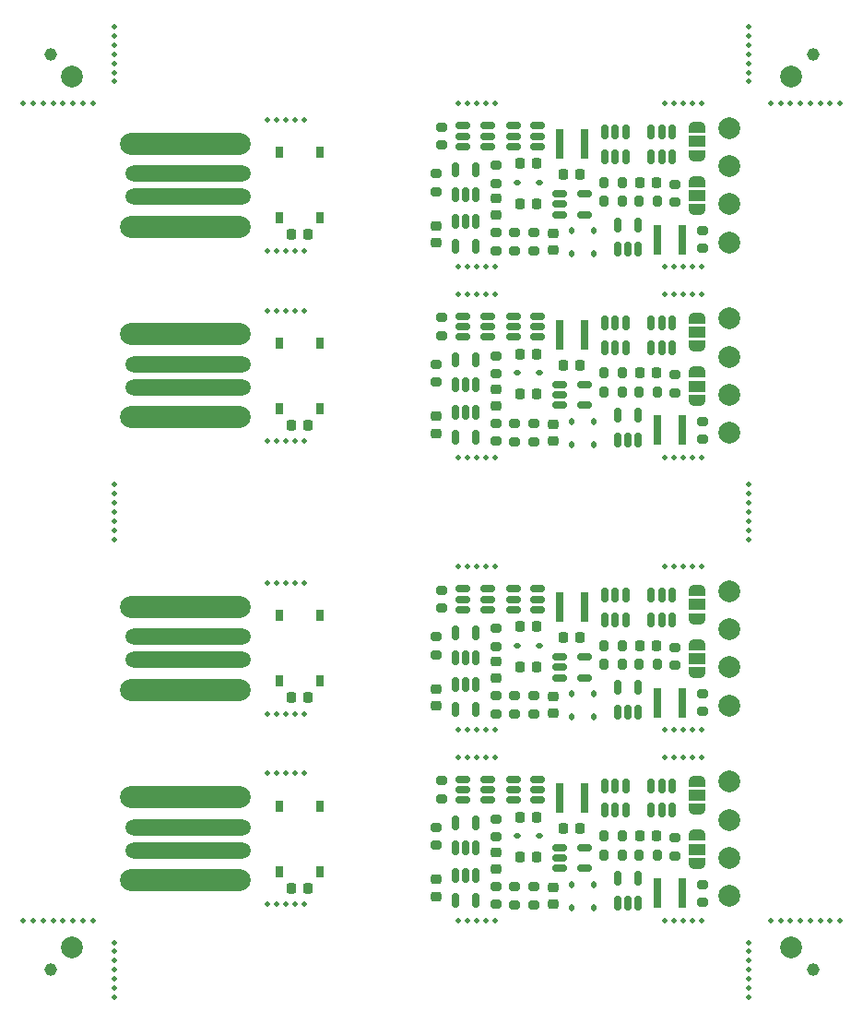
<source format=gts>
G04 #@! TF.GenerationSoftware,KiCad,Pcbnew,8.0.1*
G04 #@! TF.CreationDate,2025-05-23T10:36:48+02:00*
G04 #@! TF.ProjectId,panel-4,70616e65-6c2d-4342-9e6b-696361645f70,F*
G04 #@! TF.SameCoordinates,Original*
G04 #@! TF.FileFunction,Soldermask,Top*
G04 #@! TF.FilePolarity,Negative*
%FSLAX46Y46*%
G04 Gerber Fmt 4.6, Leading zero omitted, Abs format (unit mm)*
G04 Created by KiCad (PCBNEW 8.0.1) date 2025-05-23 10:36:48*
%MOMM*%
%LPD*%
G01*
G04 APERTURE LIST*
G04 Aperture macros list*
%AMRoundRect*
0 Rectangle with rounded corners*
0 $1 Rounding radius*
0 $2 $3 $4 $5 $6 $7 $8 $9 X,Y pos of 4 corners*
0 Add a 4 corners polygon primitive as box body*
4,1,4,$2,$3,$4,$5,$6,$7,$8,$9,$2,$3,0*
0 Add four circle primitives for the rounded corners*
1,1,$1+$1,$2,$3*
1,1,$1+$1,$4,$5*
1,1,$1+$1,$6,$7*
1,1,$1+$1,$8,$9*
0 Add four rect primitives between the rounded corners*
20,1,$1+$1,$2,$3,$4,$5,0*
20,1,$1+$1,$4,$5,$6,$7,0*
20,1,$1+$1,$6,$7,$8,$9,0*
20,1,$1+$1,$8,$9,$2,$3,0*%
%AMFreePoly0*
4,1,19,0.550000,-0.750000,0.000000,-0.750000,0.000000,-0.744911,-0.071157,-0.744911,-0.207708,-0.704816,-0.327430,-0.627875,-0.420627,-0.520320,-0.479746,-0.390866,-0.500000,-0.250000,-0.500000,0.250000,-0.479746,0.390866,-0.420627,0.520320,-0.327430,0.627875,-0.207708,0.704816,-0.071157,0.744911,0.000000,0.744911,0.000000,0.750000,0.550000,0.750000,0.550000,-0.750000,0.550000,-0.750000,
$1*%
%AMFreePoly1*
4,1,19,0.000000,0.744911,0.071157,0.744911,0.207708,0.704816,0.327430,0.627875,0.420627,0.520320,0.479746,0.390866,0.500000,0.250000,0.500000,-0.250000,0.479746,-0.390866,0.420627,-0.520320,0.327430,-0.627875,0.207708,-0.704816,0.071157,-0.744911,0.000000,-0.744911,0.000000,-0.750000,-0.550000,-0.750000,-0.550000,0.750000,0.000000,0.750000,0.000000,0.744911,0.000000,0.744911,
$1*%
G04 Aperture macros list end*
%ADD10RoundRect,0.200000X-0.200000X-0.275000X0.200000X-0.275000X0.200000X0.275000X-0.200000X0.275000X0*%
%ADD11C,0.500000*%
%ADD12RoundRect,0.200000X0.200000X0.275000X-0.200000X0.275000X-0.200000X-0.275000X0.200000X-0.275000X0*%
%ADD13R,0.750000X1.000000*%
%ADD14RoundRect,0.200000X0.275000X-0.200000X0.275000X0.200000X-0.275000X0.200000X-0.275000X-0.200000X0*%
%ADD15RoundRect,0.112500X-0.112500X0.187500X-0.112500X-0.187500X0.112500X-0.187500X0.112500X0.187500X0*%
%ADD16RoundRect,0.150000X-0.150000X0.512500X-0.150000X-0.512500X0.150000X-0.512500X0.150000X0.512500X0*%
%ADD17FreePoly0,90.000000*%
%ADD18R,1.500000X1.000000*%
%ADD19FreePoly1,90.000000*%
%ADD20C,2.000000*%
%ADD21RoundRect,0.112500X0.112500X-0.187500X0.112500X0.187500X-0.112500X0.187500X-0.112500X-0.187500X0*%
%ADD22RoundRect,0.150000X0.512500X0.150000X-0.512500X0.150000X-0.512500X-0.150000X0.512500X-0.150000X0*%
%ADD23RoundRect,0.225000X-0.225000X-0.250000X0.225000X-0.250000X0.225000X0.250000X-0.225000X0.250000X0*%
%ADD24RoundRect,0.150000X0.150000X-0.512500X0.150000X0.512500X-0.150000X0.512500X-0.150000X-0.512500X0*%
%ADD25RoundRect,0.200000X-0.275000X0.200000X-0.275000X-0.200000X0.275000X-0.200000X0.275000X0.200000X0*%
%ADD26RoundRect,0.225000X0.250000X-0.225000X0.250000X0.225000X-0.250000X0.225000X-0.250000X-0.225000X0*%
%ADD27RoundRect,0.225000X-0.250000X0.225000X-0.250000X-0.225000X0.250000X-0.225000X0.250000X0.225000X0*%
%ADD28RoundRect,0.218750X0.218750X0.256250X-0.218750X0.256250X-0.218750X-0.256250X0.218750X-0.256250X0*%
%ADD29RoundRect,1.000000X5.000000X-0.000010X5.000000X0.000010X-5.000000X0.000010X-5.000000X-0.000010X0*%
%ADD30RoundRect,0.750000X5.000000X-0.000010X5.000000X0.000010X-5.000000X0.000010X-5.000000X-0.000010X0*%
%ADD31RoundRect,0.225000X0.225000X0.250000X-0.225000X0.250000X-0.225000X-0.250000X0.225000X-0.250000X0*%
%ADD32C,1.152000*%
%ADD33RoundRect,0.112500X-0.187500X-0.112500X0.187500X-0.112500X0.187500X0.112500X-0.187500X0.112500X0*%
%ADD34R,0.800000X2.700000*%
%ADD35RoundRect,0.150000X-0.512500X-0.150000X0.512500X-0.150000X0.512500X0.150000X-0.512500X0.150000X0*%
G04 APERTURE END LIST*
D10*
G04 #@! TO.C,2-R4*
X53350000Y-56750000D03*
X55000000Y-56750000D03*
G04 #@! TD*
D11*
G04 #@! TO.C,KiKit_MB_17_2*
X23274498Y-51000173D03*
G04 #@! TD*
G04 #@! TO.C,KiKit_MB_33_8*
X75000000Y-7000000D03*
G04 #@! TD*
D12*
G04 #@! TO.C,3-R6*
X58200000Y-76000000D03*
X56550000Y-76000000D03*
G04 #@! TD*
D11*
G04 #@! TO.C,KiKit_MB_6_2*
X24975498Y-20499804D03*
G04 #@! TD*
D13*
G04 #@! TO.C,1-SW1*
X27250000Y-29000000D03*
X27250000Y-35000000D03*
X23500000Y-29000000D03*
X23500000Y-35000000D03*
G04 #@! TD*
D11*
G04 #@! TO.C,KiKit_MB_14_2*
X40774502Y-49500274D03*
G04 #@! TD*
G04 #@! TO.C,KiKit_MB_17_1*
X22423998Y-51000162D03*
G04 #@! TD*
D14*
G04 #@! TO.C,3-R9*
X43375000Y-74325000D03*
X43375000Y-72675000D03*
G04 #@! TD*
D11*
G04 #@! TO.C,KiKit_MB_6_4*
X23274498Y-20499826D03*
G04 #@! TD*
D14*
G04 #@! TO.C,3-R5*
X38375000Y-70825000D03*
X38375000Y-69175000D03*
G04 #@! TD*
D15*
G04 #@! TO.C,3-D3*
X52375000Y-78700000D03*
X52375000Y-80800000D03*
G04 #@! TD*
D11*
G04 #@! TO.C,KiKit_MB_18_4*
X23274498Y-62999826D03*
G04 #@! TD*
G04 #@! TO.C,KiKit_MB_21_2*
X61475499Y-82000000D03*
G04 #@! TD*
G04 #@! TO.C,KiKit_MB_24_5*
X22423998Y-80499837D03*
G04 #@! TD*
D16*
G04 #@! TO.C,1-U2*
X41575000Y-35362500D03*
X40625000Y-35362500D03*
X39675000Y-35362500D03*
X39675000Y-37637500D03*
X41575000Y-37637500D03*
G04 #@! TD*
D11*
G04 #@! TO.C,KiKit_MB_9_2*
X61475499Y-39500000D03*
G04 #@! TD*
D16*
G04 #@! TO.C,3-U2*
X41575000Y-77862500D03*
X40625000Y-77862500D03*
X39675000Y-77862500D03*
X39675000Y-80137500D03*
X41575000Y-80137500D03*
G04 #@! TD*
D14*
G04 #@! TO.C,1-R9*
X43375000Y-31825000D03*
X43375000Y-30175000D03*
G04 #@! TD*
D17*
G04 #@! TO.C,1-JP1*
X61875000Y-29300000D03*
D18*
X61875000Y-28000000D03*
D19*
X61875000Y-26700000D03*
G04 #@! TD*
D14*
G04 #@! TO.C,2-R9*
X43375000Y-56825000D03*
X43375000Y-55175000D03*
G04 #@! TD*
D20*
G04 #@! TO.C,0-J5*
X64875000Y-19750000D03*
G04 #@! TD*
D11*
G04 #@! TO.C,KiKit_MB_21_5*
X58924000Y-82000000D03*
G04 #@! TD*
D20*
G04 #@! TO.C,0-J2*
X64875000Y-9250000D03*
G04 #@! TD*
D11*
G04 #@! TO.C,KiKit_MB_7_1*
X43325999Y-39500000D03*
G04 #@! TD*
D21*
G04 #@! TO.C,2-D5*
X50375000Y-63300000D03*
X50375000Y-61200000D03*
G04 #@! TD*
D11*
G04 #@! TO.C,KiKit_MB_11_4*
X24975498Y-26000195D03*
G04 #@! TD*
D13*
G04 #@! TO.C,2-SW1*
X27250000Y-54000000D03*
X27250000Y-60000000D03*
X23500000Y-54000000D03*
X23500000Y-60000000D03*
G04 #@! TD*
D22*
G04 #@! TO.C,3-U5*
X42650000Y-70950000D03*
X42650000Y-70000000D03*
X42650000Y-69050000D03*
X40375000Y-69050000D03*
X40375000Y-70000000D03*
X40375000Y-70950000D03*
G04 #@! TD*
D23*
G04 #@! TO.C,2-C3*
X45600000Y-58700000D03*
X47150000Y-58700000D03*
G04 #@! TD*
D22*
G04 #@! TO.C,1-U5*
X42650000Y-28450000D03*
X42650000Y-27500000D03*
X42650000Y-26550000D03*
X40375000Y-26550000D03*
X40375000Y-27500000D03*
X40375000Y-28450000D03*
G04 #@! TD*
D11*
G04 #@! TO.C,KiKit_MB_34_1*
X68625000Y-82000000D03*
G04 #@! TD*
G04 #@! TO.C,KiKit_MB_4_2*
X59774502Y-7000061D03*
G04 #@! TD*
D16*
G04 #@! TO.C,0-U2*
X41575000Y-17862500D03*
X40625000Y-17862500D03*
X39675000Y-17862500D03*
X39675000Y-20137500D03*
X41575000Y-20137500D03*
G04 #@! TD*
D20*
G04 #@! TO.C,2-J2*
X64875000Y-51750000D03*
G04 #@! TD*
D24*
G04 #@! TO.C,1-Q1*
X57675000Y-29387500D03*
X58625000Y-29387500D03*
X59575000Y-29387500D03*
X59575000Y-27112500D03*
X58625000Y-27112500D03*
X57675000Y-27112500D03*
G04 #@! TD*
D11*
G04 #@! TO.C,KiKit_MB_16_3*
X60625002Y-49500050D03*
G04 #@! TD*
G04 #@! TO.C,KiKit_MB_23_1*
X22423998Y-68500162D03*
G04 #@! TD*
G04 #@! TO.C,KiKit_MB_11_5*
X25825998Y-26000206D03*
G04 #@! TD*
G04 #@! TO.C,KiKit_MB_31_5*
X3642858Y-7000000D03*
G04 #@! TD*
G04 #@! TO.C,KiKit_MB_28_1*
X66625000Y0D03*
G04 #@! TD*
G04 #@! TO.C,KiKit_MB_21_4*
X59774500Y-82000000D03*
G04 #@! TD*
G04 #@! TO.C,KiKit_MB_31_8*
X6375000Y-7000000D03*
G04 #@! TD*
D25*
G04 #@! TO.C,0-R10*
X62375000Y-18675000D03*
X62375000Y-20325000D03*
G04 #@! TD*
D14*
G04 #@! TO.C,1-R1*
X37875000Y-32600000D03*
X37875000Y-30950000D03*
G04 #@! TD*
D11*
G04 #@! TO.C,KiKit_MB_15_4*
X59774500Y-64500000D03*
G04 #@! TD*
G04 #@! TO.C,KiKit_MB_28_6*
X66625000Y-4166667D03*
G04 #@! TD*
D20*
G04 #@! TO.C,3-J4*
X64875000Y-76250000D03*
G04 #@! TD*
D11*
G04 #@! TO.C,KiKit_MB_4_3*
X60625002Y-7000051D03*
G04 #@! TD*
G04 #@! TO.C,KiKit_MB_16_1*
X58924002Y-49500069D03*
G04 #@! TD*
G04 #@! TO.C,KiKit_MB_2_4*
X42475502Y-7000255D03*
G04 #@! TD*
D12*
G04 #@! TO.C,2-R3*
X55000000Y-58500000D03*
X53350000Y-58500000D03*
G04 #@! TD*
D16*
G04 #@! TO.C,3-U1*
X55325000Y-69612500D03*
X54375000Y-69612500D03*
X53425000Y-69612500D03*
X53425000Y-71887500D03*
X54375000Y-71887500D03*
X55325000Y-71887500D03*
G04 #@! TD*
D11*
G04 #@! TO.C,KiKit_MB_3_4*
X59774500Y-22000000D03*
G04 #@! TD*
G04 #@! TO.C,KiKit_MB_10_2*
X59774502Y-24500060D03*
G04 #@! TD*
G04 #@! TO.C,KiKit_MB_33_4*
X71357142Y-7000000D03*
G04 #@! TD*
G04 #@! TO.C,KiKit_MB_10_5*
X62326001Y-24500031D03*
G04 #@! TD*
G04 #@! TO.C,KiKit_MB_30_6*
X66625000Y-88166666D03*
G04 #@! TD*
G04 #@! TO.C,KiKit_MB_5_2*
X23274498Y-8500174D03*
G04 #@! TD*
D26*
G04 #@! TO.C,2-C6*
X43375000Y-59775000D03*
X43375000Y-58225000D03*
G04 #@! TD*
D11*
G04 #@! TO.C,KiKit_MB_1_1*
X43325999Y-22000000D03*
G04 #@! TD*
D14*
G04 #@! TO.C,0-R7*
X45125000Y-20525000D03*
X45125000Y-18875000D03*
G04 #@! TD*
D11*
G04 #@! TO.C,KiKit_MB_31_3*
X1821429Y-7000000D03*
G04 #@! TD*
G04 #@! TO.C,KiKit_MB_12_1*
X25825998Y-37999793D03*
G04 #@! TD*
D12*
G04 #@! TO.C,2-R6*
X58200000Y-58500000D03*
X56550000Y-58500000D03*
G04 #@! TD*
D27*
G04 #@! TO.C,1-C4*
X48625000Y-36425000D03*
X48625000Y-37975000D03*
G04 #@! TD*
D23*
G04 #@! TO.C,1-C1*
X56600000Y-31750000D03*
X58150000Y-31750000D03*
G04 #@! TD*
D11*
G04 #@! TO.C,KiKit_MB_5_4*
X24975498Y-8500196D03*
G04 #@! TD*
G04 #@! TO.C,KiKit_MB_24_2*
X24975498Y-80499804D03*
G04 #@! TD*
G04 #@! TO.C,KiKit_MB_3_1*
X62325999Y-22000000D03*
G04 #@! TD*
G04 #@! TO.C,KiKit_MB_25_2*
X8375000Y-42833333D03*
G04 #@! TD*
D26*
G04 #@! TO.C,3-C6*
X43375000Y-77275000D03*
X43375000Y-75725000D03*
G04 #@! TD*
D11*
G04 #@! TO.C,KiKit_MB_30_1*
X66625000Y-84000000D03*
G04 #@! TD*
G04 #@! TO.C,KiKit_MB_4_5*
X62326001Y-7000032D03*
G04 #@! TD*
G04 #@! TO.C,KiKit_MB_32_2*
X910715Y-82000000D03*
G04 #@! TD*
D22*
G04 #@! TO.C,1-U4*
X47262500Y-28450000D03*
X47262500Y-27500000D03*
X47262500Y-26550000D03*
X44987500Y-26550000D03*
X44987500Y-27500000D03*
X44987500Y-28450000D03*
G04 #@! TD*
D11*
G04 #@! TO.C,KiKit_MB_32_7*
X5464286Y-82000000D03*
G04 #@! TD*
D28*
G04 #@! TO.C,0-D2*
X26162500Y-19000000D03*
X24587500Y-19000000D03*
G04 #@! TD*
D11*
G04 #@! TO.C,KiKit_MB_24_1*
X25825998Y-80499793D03*
G04 #@! TD*
D22*
G04 #@! TO.C,3-U4*
X47262500Y-70950000D03*
X47262500Y-70000000D03*
X47262500Y-69050000D03*
X44987500Y-69050000D03*
X44987500Y-70000000D03*
X44987500Y-70950000D03*
G04 #@! TD*
D11*
G04 #@! TO.C,KiKit_MB_10_4*
X61475502Y-24500041D03*
G04 #@! TD*
G04 #@! TO.C,KiKit_MB_26_4*
X66625000Y-44500000D03*
G04 #@! TD*
G04 #@! TO.C,KiKit_MB_15_2*
X61475499Y-64500000D03*
G04 #@! TD*
D27*
G04 #@! TO.C,3-C2*
X37875000Y-78225000D03*
X37875000Y-79775000D03*
G04 #@! TD*
D11*
G04 #@! TO.C,KiKit_MB_24_3*
X24124998Y-80499815D03*
G04 #@! TD*
D16*
G04 #@! TO.C,2-U1*
X55325000Y-52112500D03*
X54375000Y-52112500D03*
X53425000Y-52112500D03*
X53425000Y-54387500D03*
X54375000Y-54387500D03*
X55325000Y-54387500D03*
G04 #@! TD*
D11*
G04 #@! TO.C,KiKit_MB_32_4*
X2732143Y-82000000D03*
G04 #@! TD*
D29*
G04 #@! TO.C,3-J1*
X14875000Y-78310000D03*
D30*
X15125000Y-75580000D03*
X15125000Y-73420000D03*
D29*
X14875000Y-70690000D03*
G04 #@! TD*
D11*
G04 #@! TO.C,KiKit_MB_20_1*
X39924002Y-67000283D03*
G04 #@! TD*
G04 #@! TO.C,KiKit_MB_34_4*
X71357142Y-82000000D03*
G04 #@! TD*
G04 #@! TO.C,KiKit_MB_13_2*
X42475499Y-64500000D03*
G04 #@! TD*
G04 #@! TO.C,KiKit_MB_13_5*
X39924000Y-64500000D03*
G04 #@! TD*
G04 #@! TO.C,KiKit_MB_27_7*
X8375000Y-5000000D03*
G04 #@! TD*
G04 #@! TO.C,KiKit_MB_5_1*
X22423998Y-8500163D03*
G04 #@! TD*
G04 #@! TO.C,KiKit_MB_14_4*
X42475502Y-49500254D03*
G04 #@! TD*
G04 #@! TO.C,KiKit_MB_20_2*
X40774502Y-67000274D03*
G04 #@! TD*
G04 #@! TO.C,KiKit_MB_34_8*
X75000000Y-82000000D03*
G04 #@! TD*
D14*
G04 #@! TO.C,2-R5*
X38375000Y-53325000D03*
X38375000Y-51675000D03*
G04 #@! TD*
G04 #@! TO.C,3-R2*
X43375000Y-80500000D03*
X43375000Y-78850000D03*
G04 #@! TD*
D11*
G04 #@! TO.C,KiKit_MB_19_3*
X41625000Y-82000000D03*
G04 #@! TD*
D10*
G04 #@! TO.C,0-R4*
X53350000Y-14250000D03*
X55000000Y-14250000D03*
G04 #@! TD*
D24*
G04 #@! TO.C,3-U6*
X54575000Y-80400000D03*
X55525000Y-80400000D03*
X56475000Y-80400000D03*
X56475000Y-78125000D03*
X54575000Y-78125000D03*
G04 #@! TD*
D14*
G04 #@! TO.C,2-R8*
X46875000Y-63025000D03*
X46875000Y-61375000D03*
G04 #@! TD*
D11*
G04 #@! TO.C,KiKit_MB_13_1*
X43325999Y-64500000D03*
G04 #@! TD*
G04 #@! TO.C,KiKit_MB_30_5*
X66625000Y-87333333D03*
G04 #@! TD*
D25*
G04 #@! TO.C,1-R10*
X62375000Y-36175000D03*
X62375000Y-37825000D03*
G04 #@! TD*
D11*
G04 #@! TO.C,KiKit_MB_32_5*
X3642858Y-82000000D03*
G04 #@! TD*
D17*
G04 #@! TO.C,0-JP4*
X61875000Y-16750000D03*
D18*
X61875000Y-15450000D03*
D19*
X61875000Y-14150000D03*
G04 #@! TD*
D17*
G04 #@! TO.C,0-JP1*
X61875000Y-11800000D03*
D18*
X61875000Y-10500000D03*
D19*
X61875000Y-9200000D03*
G04 #@! TD*
D11*
G04 #@! TO.C,KiKit_MB_12_5*
X22423998Y-37999837D03*
G04 #@! TD*
G04 #@! TO.C,KiKit_MB_33_2*
X69535714Y-7000000D03*
G04 #@! TD*
D22*
G04 #@! TO.C,2-U5*
X42650000Y-53450000D03*
X42650000Y-52500000D03*
X42650000Y-51550000D03*
X40375000Y-51550000D03*
X40375000Y-52500000D03*
X40375000Y-53450000D03*
G04 #@! TD*
D16*
G04 #@! TO.C,0-U1*
X55325000Y-9612500D03*
X54375000Y-9612500D03*
X53425000Y-9612500D03*
X53425000Y-11887500D03*
X54375000Y-11887500D03*
X55325000Y-11887500D03*
G04 #@! TD*
D24*
G04 #@! TO.C,0-U7*
X39675000Y-15337500D03*
X40625000Y-15337500D03*
X41575000Y-15337500D03*
X41575000Y-13062500D03*
X39675000Y-13062500D03*
G04 #@! TD*
D11*
G04 #@! TO.C,KiKit_MB_2_2*
X40774502Y-7000275D03*
G04 #@! TD*
D12*
G04 #@! TO.C,3-R3*
X55000000Y-76000000D03*
X53350000Y-76000000D03*
G04 #@! TD*
D11*
G04 #@! TO.C,KiKit_MB_24_4*
X23274498Y-80499826D03*
G04 #@! TD*
G04 #@! TO.C,KiKit_MB_28_7*
X66625000Y-5000000D03*
G04 #@! TD*
G04 #@! TO.C,KiKit_MB_33_1*
X68625000Y-7000000D03*
G04 #@! TD*
G04 #@! TO.C,KiKit_MB_33_3*
X70446428Y-7000000D03*
G04 #@! TD*
D14*
G04 #@! TO.C,1-R8*
X46875000Y-38025000D03*
X46875000Y-36375000D03*
G04 #@! TD*
D11*
G04 #@! TO.C,KiKit_MB_2_5*
X43326001Y-7000246D03*
G04 #@! TD*
G04 #@! TO.C,KiKit_MB_28_4*
X66625000Y-2500000D03*
G04 #@! TD*
G04 #@! TO.C,KiKit_MB_10_3*
X60625002Y-24500050D03*
G04 #@! TD*
D20*
G04 #@! TO.C,KiKit_FID_T_3*
X4500000Y-84500000D03*
G04 #@! TD*
D11*
G04 #@! TO.C,KiKit_MB_19_1*
X43325999Y-82000000D03*
G04 #@! TD*
G04 #@! TO.C,KiKit_MB_3_2*
X61475499Y-22000000D03*
G04 #@! TD*
D31*
G04 #@! TO.C,1-C5*
X51150000Y-31000000D03*
X49600000Y-31000000D03*
G04 #@! TD*
D11*
G04 #@! TO.C,KiKit_MB_32_6*
X4553572Y-82000000D03*
G04 #@! TD*
D23*
G04 #@! TO.C,2-C1*
X56600000Y-56750000D03*
X58150000Y-56750000D03*
G04 #@! TD*
D32*
G04 #@! TO.C,KiKit_TO_3*
X2500000Y-86500000D03*
G04 #@! TD*
D20*
G04 #@! TO.C,KiKit_FID_T_1*
X4500000Y-4500000D03*
G04 #@! TD*
D11*
G04 #@! TO.C,KiKit_MB_29_4*
X8375000Y-86500000D03*
G04 #@! TD*
D16*
G04 #@! TO.C,2-U2*
X41575000Y-60362500D03*
X40625000Y-60362500D03*
X39675000Y-60362500D03*
X39675000Y-62637500D03*
X41575000Y-62637500D03*
G04 #@! TD*
D20*
G04 #@! TO.C,0-J4*
X64875000Y-16250000D03*
G04 #@! TD*
D12*
G04 #@! TO.C,1-R3*
X55000000Y-33500000D03*
X53350000Y-33500000D03*
G04 #@! TD*
D11*
G04 #@! TO.C,KiKit_MB_26_7*
X66625000Y-47000000D03*
G04 #@! TD*
D10*
G04 #@! TO.C,3-R4*
X53350000Y-74250000D03*
X55000000Y-74250000D03*
G04 #@! TD*
D29*
G04 #@! TO.C,0-J1*
X14875000Y-18310000D03*
D30*
X15125000Y-15580000D03*
X15125000Y-13420000D03*
D29*
X14875000Y-10690000D03*
G04 #@! TD*
D11*
G04 #@! TO.C,KiKit_MB_15_5*
X58924000Y-64500000D03*
G04 #@! TD*
D33*
G04 #@! TO.C,1-D4*
X45325000Y-31750000D03*
X47425000Y-31750000D03*
G04 #@! TD*
D31*
G04 #@! TO.C,0-C5*
X51150000Y-13500000D03*
X49600000Y-13500000D03*
G04 #@! TD*
D11*
G04 #@! TO.C,KiKit_MB_12_3*
X24124998Y-37999815D03*
G04 #@! TD*
G04 #@! TO.C,KiKit_MB_27_5*
X8375000Y-3333334D03*
G04 #@! TD*
D20*
G04 #@! TO.C,3-J3*
X64875000Y-72750000D03*
G04 #@! TD*
D33*
G04 #@! TO.C,3-D4*
X45325000Y-74250000D03*
X47425000Y-74250000D03*
G04 #@! TD*
D15*
G04 #@! TO.C,2-D3*
X52375000Y-61200000D03*
X52375000Y-63300000D03*
G04 #@! TD*
D11*
G04 #@! TO.C,KiKit_MB_5_3*
X24124998Y-8500185D03*
G04 #@! TD*
D34*
G04 #@! TO.C,3-L2*
X51525000Y-70750000D03*
X49225000Y-70750000D03*
G04 #@! TD*
D23*
G04 #@! TO.C,1-C3*
X45600000Y-33700000D03*
X47150000Y-33700000D03*
G04 #@! TD*
D29*
G04 #@! TO.C,2-J1*
X14875000Y-60810000D03*
D30*
X15125000Y-58080000D03*
X15125000Y-55920000D03*
D29*
X14875000Y-53190000D03*
G04 #@! TD*
D11*
G04 #@! TO.C,KiKit_MB_8_4*
X42475502Y-24500254D03*
G04 #@! TD*
D20*
G04 #@! TO.C,1-J4*
X64875000Y-33750000D03*
G04 #@! TD*
D11*
G04 #@! TO.C,KiKit_MB_19_5*
X39924000Y-82000000D03*
G04 #@! TD*
G04 #@! TO.C,KiKit_MB_9_1*
X62325999Y-39500000D03*
G04 #@! TD*
D13*
G04 #@! TO.C,0-SW1*
X27250000Y-11500000D03*
X27250000Y-17500000D03*
X23500000Y-11500000D03*
X23500000Y-17500000D03*
G04 #@! TD*
D11*
G04 #@! TO.C,KiKit_MB_25_7*
X8375000Y-47000000D03*
G04 #@! TD*
G04 #@! TO.C,KiKit_MB_29_7*
X8375000Y-89000000D03*
G04 #@! TD*
G04 #@! TO.C,KiKit_MB_7_2*
X42475499Y-39500000D03*
G04 #@! TD*
D24*
G04 #@! TO.C,2-U7*
X39675000Y-57837500D03*
X40625000Y-57837500D03*
X41575000Y-57837500D03*
X41575000Y-55562500D03*
X39675000Y-55562500D03*
G04 #@! TD*
D20*
G04 #@! TO.C,2-J4*
X64875000Y-58750000D03*
G04 #@! TD*
D11*
G04 #@! TO.C,KiKit_MB_6_3*
X24124998Y-20499815D03*
G04 #@! TD*
G04 #@! TO.C,KiKit_MB_1_4*
X40774500Y-22000000D03*
G04 #@! TD*
D14*
G04 #@! TO.C,2-R11*
X59875000Y-58575000D03*
X59875000Y-56925000D03*
G04 #@! TD*
D11*
G04 #@! TO.C,KiKit_MB_21_3*
X60625000Y-82000000D03*
G04 #@! TD*
G04 #@! TO.C,KiKit_MB_34_2*
X69535714Y-82000000D03*
G04 #@! TD*
D14*
G04 #@! TO.C,3-R11*
X59875000Y-76075000D03*
X59875000Y-74425000D03*
G04 #@! TD*
D11*
G04 #@! TO.C,KiKit_MB_27_1*
X8375000Y0D03*
G04 #@! TD*
G04 #@! TO.C,KiKit_MB_31_2*
X910715Y-7000000D03*
G04 #@! TD*
G04 #@! TO.C,KiKit_MB_9_5*
X58924000Y-39500000D03*
G04 #@! TD*
G04 #@! TO.C,KiKit_MB_7_4*
X40774500Y-39500000D03*
G04 #@! TD*
D12*
G04 #@! TO.C,1-R6*
X58200000Y-33500000D03*
X56550000Y-33500000D03*
G04 #@! TD*
D15*
G04 #@! TO.C,0-D3*
X52375000Y-18700000D03*
X52375000Y-20800000D03*
G04 #@! TD*
D11*
G04 #@! TO.C,KiKit_MB_13_3*
X41625000Y-64500000D03*
G04 #@! TD*
G04 #@! TO.C,KiKit_MB_29_6*
X8375000Y-88166666D03*
G04 #@! TD*
G04 #@! TO.C,KiKit_MB_26_2*
X66625000Y-42833333D03*
G04 #@! TD*
G04 #@! TO.C,KiKit_MB_25_6*
X8375000Y-46166666D03*
G04 #@! TD*
G04 #@! TO.C,KiKit_MB_1_2*
X42475499Y-22000000D03*
G04 #@! TD*
D32*
G04 #@! TO.C,KiKit_TO_1*
X2500000Y-2500000D03*
G04 #@! TD*
D11*
G04 #@! TO.C,KiKit_MB_22_3*
X60625002Y-67000050D03*
G04 #@! TD*
G04 #@! TO.C,KiKit_MB_28_2*
X66625000Y-833334D03*
G04 #@! TD*
G04 #@! TO.C,KiKit_MB_1_5*
X39924000Y-22000000D03*
G04 #@! TD*
D32*
G04 #@! TO.C,KiKit_TO_2*
X72500000Y-2500000D03*
G04 #@! TD*
D20*
G04 #@! TO.C,2-J3*
X64875000Y-55250000D03*
G04 #@! TD*
D14*
G04 #@! TO.C,3-R8*
X46875000Y-80525000D03*
X46875000Y-78875000D03*
G04 #@! TD*
G04 #@! TO.C,1-R11*
X59875000Y-33575000D03*
X59875000Y-31925000D03*
G04 #@! TD*
D11*
G04 #@! TO.C,KiKit_MB_23_3*
X24124998Y-68500184D03*
G04 #@! TD*
G04 #@! TO.C,KiKit_MB_3_3*
X60625000Y-22000000D03*
G04 #@! TD*
D34*
G04 #@! TO.C,1-L2*
X51525000Y-28250000D03*
X49225000Y-28250000D03*
G04 #@! TD*
D11*
G04 #@! TO.C,KiKit_MB_4_4*
X61475502Y-7000042D03*
G04 #@! TD*
G04 #@! TO.C,KiKit_MB_29_3*
X8375000Y-85666666D03*
G04 #@! TD*
G04 #@! TO.C,KiKit_MB_34_3*
X70446428Y-82000000D03*
G04 #@! TD*
D29*
G04 #@! TO.C,1-J1*
X14875000Y-35810000D03*
D30*
X15125000Y-33080000D03*
X15125000Y-30920000D03*
D29*
X14875000Y-28190000D03*
G04 #@! TD*
D11*
G04 #@! TO.C,KiKit_MB_23_2*
X23274498Y-68500173D03*
G04 #@! TD*
G04 #@! TO.C,KiKit_MB_4_1*
X58924002Y-7000070D03*
G04 #@! TD*
D14*
G04 #@! TO.C,3-R7*
X45125000Y-80525000D03*
X45125000Y-78875000D03*
G04 #@! TD*
D11*
G04 #@! TO.C,KiKit_MB_2_1*
X39924002Y-7000284D03*
G04 #@! TD*
D34*
G04 #@! TO.C,1-L1*
X60525000Y-37000000D03*
X58225000Y-37000000D03*
G04 #@! TD*
D14*
G04 #@! TO.C,0-R2*
X43375000Y-20500000D03*
X43375000Y-18850000D03*
G04 #@! TD*
G04 #@! TO.C,1-R5*
X38375000Y-28325000D03*
X38375000Y-26675000D03*
G04 #@! TD*
D11*
G04 #@! TO.C,KiKit_MB_8_2*
X40774502Y-24500274D03*
G04 #@! TD*
D12*
G04 #@! TO.C,0-R3*
X55000000Y-16000000D03*
X53350000Y-16000000D03*
G04 #@! TD*
D11*
G04 #@! TO.C,KiKit_MB_9_3*
X60625000Y-39500000D03*
G04 #@! TD*
G04 #@! TO.C,KiKit_MB_27_4*
X8375000Y-2500000D03*
G04 #@! TD*
D20*
G04 #@! TO.C,2-J5*
X64875000Y-62250000D03*
G04 #@! TD*
D11*
G04 #@! TO.C,KiKit_MB_9_4*
X59774500Y-39500000D03*
G04 #@! TD*
D31*
G04 #@! TO.C,1-C7*
X47150000Y-30000000D03*
X45600000Y-30000000D03*
G04 #@! TD*
D28*
G04 #@! TO.C,3-D2*
X26162500Y-79000000D03*
X24587500Y-79000000D03*
G04 #@! TD*
D11*
G04 #@! TO.C,KiKit_MB_18_5*
X22423998Y-62999837D03*
G04 #@! TD*
G04 #@! TO.C,KiKit_MB_22_4*
X61475502Y-67000041D03*
G04 #@! TD*
G04 #@! TO.C,KiKit_MB_7_3*
X41625000Y-39500000D03*
G04 #@! TD*
D27*
G04 #@! TO.C,2-C2*
X37875000Y-60725000D03*
X37875000Y-62275000D03*
G04 #@! TD*
D21*
G04 #@! TO.C,1-D5*
X50375000Y-38300000D03*
X50375000Y-36200000D03*
G04 #@! TD*
D11*
G04 #@! TO.C,KiKit_MB_16_5*
X62326001Y-49500031D03*
G04 #@! TD*
D35*
G04 #@! TO.C,2-U3*
X49237500Y-57800000D03*
X49237500Y-58750000D03*
X49237500Y-59700000D03*
X51512500Y-59700000D03*
X51512500Y-57800000D03*
G04 #@! TD*
D11*
G04 #@! TO.C,KiKit_MB_2_3*
X41625002Y-7000265D03*
G04 #@! TD*
D14*
G04 #@! TO.C,1-R7*
X45125000Y-38025000D03*
X45125000Y-36375000D03*
G04 #@! TD*
D20*
G04 #@! TO.C,1-J2*
X64875000Y-26750000D03*
G04 #@! TD*
D11*
G04 #@! TO.C,KiKit_MB_27_3*
X8375000Y-1666667D03*
G04 #@! TD*
G04 #@! TO.C,KiKit_MB_15_3*
X60625000Y-64500000D03*
G04 #@! TD*
G04 #@! TO.C,KiKit_MB_28_5*
X66625000Y-3333334D03*
G04 #@! TD*
D23*
G04 #@! TO.C,0-C3*
X45600000Y-16200000D03*
X47150000Y-16200000D03*
G04 #@! TD*
D11*
G04 #@! TO.C,KiKit_MB_25_1*
X8375000Y-42000000D03*
G04 #@! TD*
D26*
G04 #@! TO.C,1-C6*
X43375000Y-34775000D03*
X43375000Y-33225000D03*
G04 #@! TD*
D15*
G04 #@! TO.C,1-D3*
X52375000Y-36200000D03*
X52375000Y-38300000D03*
G04 #@! TD*
D14*
G04 #@! TO.C,3-R1*
X37875000Y-75100000D03*
X37875000Y-73450000D03*
G04 #@! TD*
D11*
G04 #@! TO.C,KiKit_MB_10_1*
X58924002Y-24500069D03*
G04 #@! TD*
G04 #@! TO.C,KiKit_MB_3_5*
X58924000Y-22000000D03*
G04 #@! TD*
G04 #@! TO.C,KiKit_MB_19_4*
X40774500Y-82000000D03*
G04 #@! TD*
G04 #@! TO.C,KiKit_MB_20_5*
X43326001Y-67000245D03*
G04 #@! TD*
G04 #@! TO.C,KiKit_MB_12_2*
X24975498Y-37999804D03*
G04 #@! TD*
D27*
G04 #@! TO.C,2-C4*
X48625000Y-61425000D03*
X48625000Y-62975000D03*
G04 #@! TD*
D11*
G04 #@! TO.C,KiKit_MB_27_2*
X8375000Y-833334D03*
G04 #@! TD*
G04 #@! TO.C,KiKit_MB_16_4*
X61475502Y-49500041D03*
G04 #@! TD*
G04 #@! TO.C,KiKit_MB_20_3*
X41625002Y-67000264D03*
G04 #@! TD*
G04 #@! TO.C,KiKit_MB_14_3*
X41625002Y-49500264D03*
G04 #@! TD*
G04 #@! TO.C,KiKit_MB_19_2*
X42475499Y-82000000D03*
G04 #@! TD*
D17*
G04 #@! TO.C,3-JP1*
X61875000Y-71800000D03*
D18*
X61875000Y-70500000D03*
D19*
X61875000Y-69200000D03*
G04 #@! TD*
D11*
G04 #@! TO.C,KiKit_MB_34_5*
X72267857Y-82000000D03*
G04 #@! TD*
D34*
G04 #@! TO.C,0-L1*
X60525000Y-19500000D03*
X58225000Y-19500000D03*
G04 #@! TD*
D14*
G04 #@! TO.C,0-R8*
X46875000Y-20525000D03*
X46875000Y-18875000D03*
G04 #@! TD*
D11*
G04 #@! TO.C,KiKit_MB_5_5*
X25825998Y-8500207D03*
G04 #@! TD*
G04 #@! TO.C,KiKit_MB_7_5*
X39924000Y-39500000D03*
G04 #@! TD*
D35*
G04 #@! TO.C,1-U3*
X49237500Y-32800000D03*
X49237500Y-33750000D03*
X49237500Y-34700000D03*
X51512500Y-34700000D03*
X51512500Y-32800000D03*
G04 #@! TD*
D11*
G04 #@! TO.C,KiKit_MB_23_4*
X24975498Y-68500195D03*
G04 #@! TD*
G04 #@! TO.C,KiKit_MB_25_5*
X8375000Y-45333333D03*
G04 #@! TD*
D31*
G04 #@! TO.C,2-C7*
X47150000Y-55000000D03*
X45600000Y-55000000D03*
G04 #@! TD*
D11*
G04 #@! TO.C,KiKit_MB_34_6*
X73178571Y-82000000D03*
G04 #@! TD*
G04 #@! TO.C,KiKit_MB_8_1*
X39924002Y-24500283D03*
G04 #@! TD*
G04 #@! TO.C,KiKit_MB_31_6*
X4553572Y-7000000D03*
G04 #@! TD*
G04 #@! TO.C,KiKit_MB_32_1*
X0Y-82000000D03*
G04 #@! TD*
G04 #@! TO.C,KiKit_MB_33_6*
X73178571Y-7000000D03*
G04 #@! TD*
D20*
G04 #@! TO.C,KiKit_FID_T_4*
X70500000Y-84500000D03*
G04 #@! TD*
D14*
G04 #@! TO.C,1-R2*
X43375000Y-38000000D03*
X43375000Y-36350000D03*
G04 #@! TD*
D11*
G04 #@! TO.C,KiKit_MB_29_2*
X8375000Y-84833333D03*
G04 #@! TD*
D21*
G04 #@! TO.C,3-D5*
X50375000Y-80800000D03*
X50375000Y-78700000D03*
G04 #@! TD*
D17*
G04 #@! TO.C,1-JP4*
X61875000Y-34250000D03*
D18*
X61875000Y-32950000D03*
D19*
X61875000Y-31650000D03*
G04 #@! TD*
D25*
G04 #@! TO.C,3-R10*
X62375000Y-78675000D03*
X62375000Y-80325000D03*
G04 #@! TD*
D13*
G04 #@! TO.C,3-SW1*
X27250000Y-71500000D03*
X27250000Y-77500000D03*
X23500000Y-71500000D03*
X23500000Y-77500000D03*
G04 #@! TD*
D31*
G04 #@! TO.C,3-C7*
X47150000Y-72500000D03*
X45600000Y-72500000D03*
G04 #@! TD*
D27*
G04 #@! TO.C,1-C2*
X37875000Y-35725000D03*
X37875000Y-37275000D03*
G04 #@! TD*
D24*
G04 #@! TO.C,1-U6*
X54575000Y-37900000D03*
X55525000Y-37900000D03*
X56475000Y-37900000D03*
X56475000Y-35625000D03*
X54575000Y-35625000D03*
G04 #@! TD*
D11*
G04 #@! TO.C,KiKit_MB_11_2*
X23274498Y-26000173D03*
G04 #@! TD*
G04 #@! TO.C,KiKit_MB_22_5*
X62326001Y-67000031D03*
G04 #@! TD*
G04 #@! TO.C,KiKit_MB_26_1*
X66625000Y-42000000D03*
G04 #@! TD*
G04 #@! TO.C,KiKit_MB_26_3*
X66625000Y-43666666D03*
G04 #@! TD*
D20*
G04 #@! TO.C,0-J3*
X64875000Y-12750000D03*
G04 #@! TD*
D11*
G04 #@! TO.C,KiKit_MB_29_5*
X8375000Y-87333333D03*
G04 #@! TD*
D14*
G04 #@! TO.C,2-R2*
X43375000Y-63000000D03*
X43375000Y-61350000D03*
G04 #@! TD*
G04 #@! TO.C,0-R11*
X59875000Y-16075000D03*
X59875000Y-14425000D03*
G04 #@! TD*
D20*
G04 #@! TO.C,3-J2*
X64875000Y-69250000D03*
G04 #@! TD*
D34*
G04 #@! TO.C,3-L1*
X60525000Y-79500000D03*
X58225000Y-79500000D03*
G04 #@! TD*
D11*
G04 #@! TO.C,KiKit_MB_17_4*
X24975498Y-51000195D03*
G04 #@! TD*
G04 #@! TO.C,KiKit_MB_30_7*
X66625000Y-89000000D03*
G04 #@! TD*
D17*
G04 #@! TO.C,3-JP4*
X61875000Y-76750000D03*
D18*
X61875000Y-75450000D03*
D19*
X61875000Y-74150000D03*
G04 #@! TD*
D23*
G04 #@! TO.C,3-C1*
X56600000Y-74250000D03*
X58150000Y-74250000D03*
G04 #@! TD*
D11*
G04 #@! TO.C,KiKit_MB_14_1*
X39924002Y-49500283D03*
G04 #@! TD*
D24*
G04 #@! TO.C,3-U7*
X39675000Y-75337500D03*
X40625000Y-75337500D03*
X41575000Y-75337500D03*
X41575000Y-73062500D03*
X39675000Y-73062500D03*
G04 #@! TD*
D25*
G04 #@! TO.C,2-R10*
X62375000Y-61175000D03*
X62375000Y-62825000D03*
G04 #@! TD*
D14*
G04 #@! TO.C,0-R9*
X43375000Y-14325000D03*
X43375000Y-12675000D03*
G04 #@! TD*
D31*
G04 #@! TO.C,3-C5*
X51150000Y-73500000D03*
X49600000Y-73500000D03*
G04 #@! TD*
D11*
G04 #@! TO.C,KiKit_MB_11_3*
X24124998Y-26000184D03*
G04 #@! TD*
D32*
G04 #@! TO.C,KiKit_TO_4*
X72500000Y-86500000D03*
G04 #@! TD*
D34*
G04 #@! TO.C,2-L1*
X60525000Y-62000000D03*
X58225000Y-62000000D03*
G04 #@! TD*
D22*
G04 #@! TO.C,0-U5*
X42650000Y-10950000D03*
X42650000Y-10000000D03*
X42650000Y-9050000D03*
X40375000Y-9050000D03*
X40375000Y-10000000D03*
X40375000Y-10950000D03*
G04 #@! TD*
D11*
G04 #@! TO.C,KiKit_MB_16_2*
X59774502Y-49500060D03*
G04 #@! TD*
G04 #@! TO.C,KiKit_MB_14_5*
X43326001Y-49500245D03*
G04 #@! TD*
G04 #@! TO.C,KiKit_MB_30_2*
X66625000Y-84833333D03*
G04 #@! TD*
D33*
G04 #@! TO.C,0-D4*
X45325000Y-14250000D03*
X47425000Y-14250000D03*
G04 #@! TD*
D11*
G04 #@! TO.C,KiKit_MB_31_1*
X0Y-7000000D03*
G04 #@! TD*
D17*
G04 #@! TO.C,2-JP1*
X61875000Y-54300000D03*
D18*
X61875000Y-53000000D03*
D19*
X61875000Y-51700000D03*
G04 #@! TD*
D17*
G04 #@! TO.C,2-JP4*
X61875000Y-59250000D03*
D18*
X61875000Y-57950000D03*
D19*
X61875000Y-56650000D03*
G04 #@! TD*
D24*
G04 #@! TO.C,2-U6*
X54575000Y-62900000D03*
X55525000Y-62900000D03*
X56475000Y-62900000D03*
X56475000Y-60625000D03*
X54575000Y-60625000D03*
G04 #@! TD*
D12*
G04 #@! TO.C,0-R6*
X58200000Y-16000000D03*
X56550000Y-16000000D03*
G04 #@! TD*
D11*
G04 #@! TO.C,KiKit_MB_33_5*
X72267857Y-7000000D03*
G04 #@! TD*
G04 #@! TO.C,KiKit_MB_31_7*
X5464286Y-7000000D03*
G04 #@! TD*
D23*
G04 #@! TO.C,3-C3*
X45600000Y-76200000D03*
X47150000Y-76200000D03*
G04 #@! TD*
D11*
G04 #@! TO.C,KiKit_MB_26_6*
X66625000Y-46166666D03*
G04 #@! TD*
G04 #@! TO.C,KiKit_MB_33_7*
X74089285Y-7000000D03*
G04 #@! TD*
D34*
G04 #@! TO.C,0-L2*
X51525000Y-10750000D03*
X49225000Y-10750000D03*
G04 #@! TD*
D20*
G04 #@! TO.C,1-J3*
X64875000Y-30250000D03*
G04 #@! TD*
D11*
G04 #@! TO.C,KiKit_MB_8_3*
X41625002Y-24500264D03*
G04 #@! TD*
G04 #@! TO.C,KiKit_MB_20_4*
X42475502Y-67000254D03*
G04 #@! TD*
D26*
G04 #@! TO.C,0-C6*
X43375000Y-17275000D03*
X43375000Y-15725000D03*
G04 #@! TD*
D24*
G04 #@! TO.C,0-U6*
X54575000Y-20400000D03*
X55525000Y-20400000D03*
X56475000Y-20400000D03*
X56475000Y-18125000D03*
X54575000Y-18125000D03*
G04 #@! TD*
D27*
G04 #@! TO.C,0-C4*
X48625000Y-18925000D03*
X48625000Y-20475000D03*
G04 #@! TD*
D11*
G04 #@! TO.C,KiKit_MB_22_2*
X59774502Y-67000060D03*
G04 #@! TD*
G04 #@! TO.C,KiKit_MB_6_1*
X25825998Y-20499793D03*
G04 #@! TD*
D14*
G04 #@! TO.C,2-R7*
X45125000Y-63025000D03*
X45125000Y-61375000D03*
G04 #@! TD*
D21*
G04 #@! TO.C,0-D5*
X50375000Y-20800000D03*
X50375000Y-18700000D03*
G04 #@! TD*
D11*
G04 #@! TO.C,KiKit_MB_17_5*
X25825998Y-51000206D03*
G04 #@! TD*
D35*
G04 #@! TO.C,3-U3*
X49237500Y-75300000D03*
X49237500Y-76250000D03*
X49237500Y-77200000D03*
X51512500Y-77200000D03*
X51512500Y-75300000D03*
G04 #@! TD*
D14*
G04 #@! TO.C,0-R5*
X38375000Y-10825000D03*
X38375000Y-9175000D03*
G04 #@! TD*
D11*
G04 #@! TO.C,KiKit_MB_28_3*
X66625000Y-1666667D03*
G04 #@! TD*
D22*
G04 #@! TO.C,2-U4*
X47262500Y-53450000D03*
X47262500Y-52500000D03*
X47262500Y-51550000D03*
X44987500Y-51550000D03*
X44987500Y-52500000D03*
X44987500Y-53450000D03*
G04 #@! TD*
D11*
G04 #@! TO.C,KiKit_MB_15_1*
X62325999Y-64500000D03*
G04 #@! TD*
D27*
G04 #@! TO.C,3-C4*
X48625000Y-78925000D03*
X48625000Y-80475000D03*
G04 #@! TD*
D16*
G04 #@! TO.C,1-U1*
X55325000Y-27112500D03*
X54375000Y-27112500D03*
X53425000Y-27112500D03*
X53425000Y-29387500D03*
X54375000Y-29387500D03*
X55325000Y-29387500D03*
G04 #@! TD*
D11*
G04 #@! TO.C,KiKit_MB_26_5*
X66625000Y-45333333D03*
G04 #@! TD*
G04 #@! TO.C,KiKit_MB_27_6*
X8375000Y-4166667D03*
G04 #@! TD*
D20*
G04 #@! TO.C,1-J5*
X64875000Y-37250000D03*
G04 #@! TD*
D10*
G04 #@! TO.C,1-R4*
X53350000Y-31750000D03*
X55000000Y-31750000D03*
G04 #@! TD*
D11*
G04 #@! TO.C,KiKit_MB_32_3*
X1821429Y-82000000D03*
G04 #@! TD*
G04 #@! TO.C,KiKit_MB_23_5*
X25825998Y-68500206D03*
G04 #@! TD*
G04 #@! TO.C,KiKit_MB_11_1*
X22423998Y-26000162D03*
G04 #@! TD*
G04 #@! TO.C,KiKit_MB_12_4*
X23274498Y-37999826D03*
G04 #@! TD*
D24*
G04 #@! TO.C,0-Q1*
X57675000Y-11887500D03*
X58625000Y-11887500D03*
X59575000Y-11887500D03*
X59575000Y-9612500D03*
X58625000Y-9612500D03*
X57675000Y-9612500D03*
G04 #@! TD*
D34*
G04 #@! TO.C,2-L2*
X51525000Y-53250000D03*
X49225000Y-53250000D03*
G04 #@! TD*
D24*
G04 #@! TO.C,3-Q1*
X57675000Y-71887500D03*
X58625000Y-71887500D03*
X59575000Y-71887500D03*
X59575000Y-69612500D03*
X58625000Y-69612500D03*
X57675000Y-69612500D03*
G04 #@! TD*
D11*
G04 #@! TO.C,KiKit_MB_21_1*
X62325999Y-82000000D03*
G04 #@! TD*
G04 #@! TO.C,KiKit_MB_32_8*
X6375000Y-82000000D03*
G04 #@! TD*
G04 #@! TO.C,KiKit_MB_34_7*
X74089285Y-82000000D03*
G04 #@! TD*
G04 #@! TO.C,KiKit_MB_30_4*
X66625000Y-86500000D03*
G04 #@! TD*
D22*
G04 #@! TO.C,0-U4*
X47262500Y-10950000D03*
X47262500Y-10000000D03*
X47262500Y-9050000D03*
X44987500Y-9050000D03*
X44987500Y-10000000D03*
X44987500Y-10950000D03*
G04 #@! TD*
D20*
G04 #@! TO.C,KiKit_FID_T_2*
X70500000Y-4500000D03*
G04 #@! TD*
D14*
G04 #@! TO.C,2-R1*
X37875000Y-57600000D03*
X37875000Y-55950000D03*
G04 #@! TD*
D35*
G04 #@! TO.C,0-U3*
X49237500Y-15300000D03*
X49237500Y-16250000D03*
X49237500Y-17200000D03*
X51512500Y-17200000D03*
X51512500Y-15300000D03*
G04 #@! TD*
D11*
G04 #@! TO.C,KiKit_MB_18_1*
X25825998Y-62999793D03*
G04 #@! TD*
G04 #@! TO.C,KiKit_MB_25_4*
X8375000Y-44500000D03*
G04 #@! TD*
D33*
G04 #@! TO.C,2-D4*
X45325000Y-56750000D03*
X47425000Y-56750000D03*
G04 #@! TD*
D11*
G04 #@! TO.C,KiKit_MB_30_3*
X66625000Y-85666666D03*
G04 #@! TD*
D14*
G04 #@! TO.C,0-R1*
X37875000Y-15100000D03*
X37875000Y-13450000D03*
G04 #@! TD*
D11*
G04 #@! TO.C,KiKit_MB_17_3*
X24124998Y-51000184D03*
G04 #@! TD*
D27*
G04 #@! TO.C,0-C2*
X37875000Y-18225000D03*
X37875000Y-19775000D03*
G04 #@! TD*
D11*
G04 #@! TO.C,KiKit_MB_8_5*
X43326001Y-24500245D03*
G04 #@! TD*
D23*
G04 #@! TO.C,0-C1*
X56600000Y-14250000D03*
X58150000Y-14250000D03*
G04 #@! TD*
D20*
G04 #@! TO.C,3-J5*
X64875000Y-79750000D03*
G04 #@! TD*
D11*
G04 #@! TO.C,KiKit_MB_22_1*
X58924002Y-67000069D03*
G04 #@! TD*
G04 #@! TO.C,KiKit_MB_1_3*
X41625000Y-22000000D03*
G04 #@! TD*
D28*
G04 #@! TO.C,2-D2*
X26162500Y-61500000D03*
X24587500Y-61500000D03*
G04 #@! TD*
D11*
G04 #@! TO.C,KiKit_MB_29_1*
X8375000Y-84000000D03*
G04 #@! TD*
D24*
G04 #@! TO.C,2-Q1*
X57675000Y-54387500D03*
X58625000Y-54387500D03*
X59575000Y-54387500D03*
X59575000Y-52112500D03*
X58625000Y-52112500D03*
X57675000Y-52112500D03*
G04 #@! TD*
D11*
G04 #@! TO.C,KiKit_MB_25_3*
X8375000Y-43666666D03*
G04 #@! TD*
G04 #@! TO.C,KiKit_MB_31_4*
X2732143Y-7000000D03*
G04 #@! TD*
G04 #@! TO.C,KiKit_MB_18_3*
X24124998Y-62999815D03*
G04 #@! TD*
G04 #@! TO.C,KiKit_MB_13_4*
X40774500Y-64500000D03*
G04 #@! TD*
D24*
G04 #@! TO.C,1-U7*
X39675000Y-32837500D03*
X40625000Y-32837500D03*
X41575000Y-32837500D03*
X41575000Y-30562500D03*
X39675000Y-30562500D03*
G04 #@! TD*
D11*
G04 #@! TO.C,KiKit_MB_18_2*
X24975498Y-62999804D03*
G04 #@! TD*
G04 #@! TO.C,KiKit_MB_6_5*
X22423998Y-20499837D03*
G04 #@! TD*
D31*
G04 #@! TO.C,2-C5*
X51150000Y-56000000D03*
X49600000Y-56000000D03*
G04 #@! TD*
G04 #@! TO.C,0-C7*
X47150000Y-12500000D03*
X45600000Y-12500000D03*
G04 #@! TD*
D28*
G04 #@! TO.C,1-D2*
X26162500Y-36500000D03*
X24587500Y-36500000D03*
G04 #@! TD*
M02*

</source>
